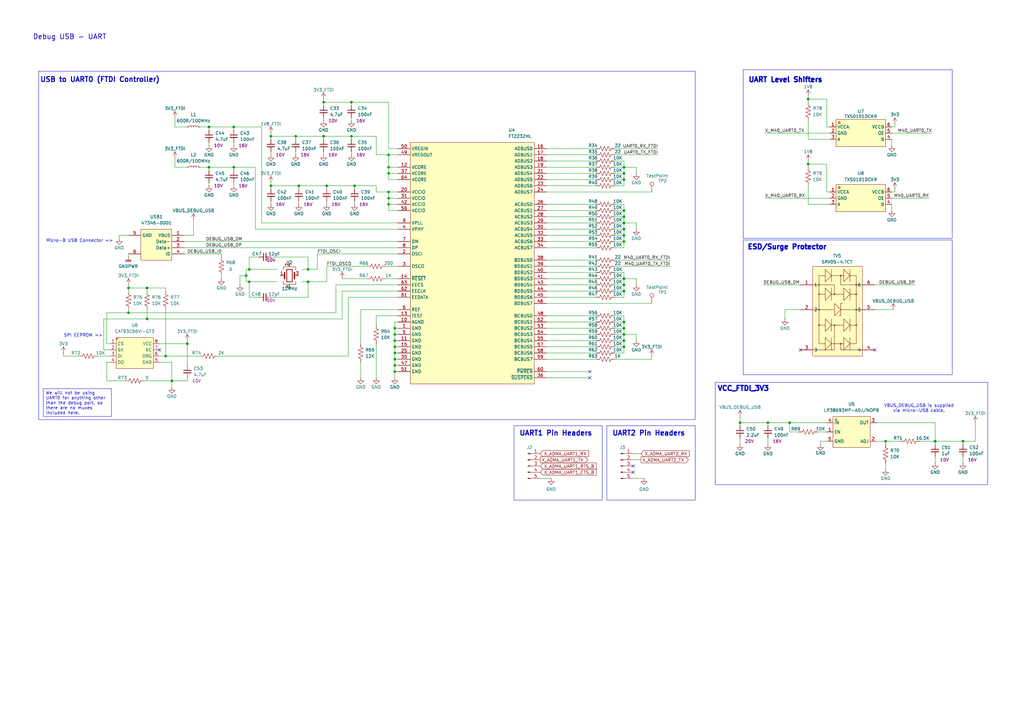
<source format=kicad_sch>
(kicad_sch (version 20250114) (generator "eeschema") (generator_version "9.0")
  (paper "A3")
  (rectangle (start 304.8 98.425) (end 390.525 153.67))
  (rectangle (start 15.875 29.21) (end 285.115 172.085))
  (rectangle (start 293.37 156.845) (end 405.13 198.755))
  (rectangle (start 248.92 174.625) (end 285.115 205.105))
  (rectangle (start 304.8 28.575) (end 390.525 97.79))
  (rectangle (start 210.82 174.625) (end 247.015 205.105))
  (text "ESD/Surge Protector" (at 306.451 102.616 0) (effects (font (size 2.032 2.032) (thickness 0.6) (bold yes)) (justify left bottom)))
  (text "UART Level Shifters" (at 306.832 34.036 0) (effects (font (size 2.032 2.032) (thickness 0.6) (bold yes)) (justify left bottom)))
  (text "UART1 Pin Headers" (at 227.965 177.8 0) (effects (font (size 2.032 2.032) (thickness 0.4064) (bold yes))))
  (text "Micro-B USB Connector =>" (at 32.639 98.806 0) (effects (font (size 1.27 1.27))))
  (text "UART2 Pin Headers" (at 266.065 177.8 0) (effects (font (size 2.032 2.032) (thickness 0.4064) (bold yes))))
  (text "VCC_FTDI_3V3" (at 294.132 160.655 0) (effects (font (size 2.032 2.032) (thickness 0.6) (bold yes)) (justify left bottom)))
  (text "VBUS_DEBUG_USB is supplied\nvia micro-USB cable." (at 376.936 167.513 0) (effects (font (size 1.27 1.27))))
  (text "SPI EEPROM =>" (at 34.163 137.668 0) (effects (font (size 1.27 1.27))))
  (text "Debug USB - UART" (at 28.575 15.24 0) (effects (font (size 2.032 2.032) (thickness 0.254) (bold yes))))
  (text "USB to UART0 (FTDI Controller)" (at 41.021 32.766 0) (effects (font (size 2.032 2.032) (thickness 0.4064) (bold yes))))
  (text_box "We will not be using UART0 for anything other than the debug port, so there are no muxes included here." (at 17.78 159.385 0) (size 27.94 11.43) (margins 0.9525 0.9525 0.9525 0.9525) (effects (font (size 1.27 1.27)) (justify left top)))
  (junction (at 255.905 68.58))
  (junction (at 122.555 76.2))
  (junction (at 161.925 142.24))
  (junction (at 159.385 81.28))
  (junction (at 383.54 180.975))
  (junction (at 102.235 115.57))
  (junction (at 161.925 149.86))
  (junction (at 76.835 140.97))
  (junction (at 255.905 73.66))
  (junction (at 111.125 55.88))
  (junction (at 159.385 71.12))
  (junction (at 255.905 137.16))
  (junction (at 314.96 173.355))
  (junction (at 255.905 142.24))
  (junction (at 111.125 76.2))
  (junction (at 255.905 116.84))
  (junction (at 255.905 91.44))
  (junction (at 159.385 63.5))
  (junction (at 60.325 118.11))
  (junction (at 126.365 110.49))
  (junction (at 161.925 147.32))
  (junction (at 52.705 118.11))
  (junction (at 132.715 55.88))
  (junction (at 161.925 152.4))
  (junction (at 52.705 128.27))
  (junction (at 255.905 88.9))
  (junction (at 67.945 146.05))
  (junction (at 159.385 83.82))
  (junction (at 145.415 76.2))
  (junction (at 60.325 130.81))
  (junction (at 255.905 71.12))
  (junction (at 255.905 132.08))
  (junction (at 85.725 68.58))
  (junction (at 159.385 78.74))
  (junction (at 331.47 40.64))
  (junction (at 255.905 114.3))
  (junction (at 394.97 180.975))
  (junction (at 363.22 180.975))
  (junction (at 144.145 55.88))
  (junction (at 144.145 41.91))
  (junction (at 161.925 139.7))
  (junction (at 255.905 96.52))
  (junction (at 303.53 173.355))
  (junction (at 159.385 68.58))
  (junction (at 126.365 115.57))
  (junction (at 255.905 99.06))
  (junction (at 255.905 134.62))
  (junction (at 255.905 93.98))
  (junction (at 70.485 156.21))
  (junction (at 255.905 86.36))
  (junction (at 161.925 137.16))
  (junction (at 161.925 144.78))
  (junction (at 100.965 113.03))
  (junction (at 121.285 55.88))
  (junction (at 133.985 76.2))
  (junction (at 95.885 68.58))
  (junction (at 85.725 52.07))
  (junction (at 132.715 41.91))
  (junction (at 331.47 67.31))
  (junction (at 161.925 134.62))
  (junction (at 255.905 119.38))
  (junction (at 102.235 110.49))
  (junction (at 323.85 173.355))
  (junction (at 255.905 139.7))
  (junction (at 95.885 52.07))
  (no_connect (at 259.715 191.135))
  (no_connect (at 241.935 154.94))
  (no_connect (at 65.405 143.51))
  (no_connect (at 241.935 152.4))
  (no_connect (at 259.715 193.675))
  (no_connect (at 328.295 143.51))
  (no_connect (at 358.775 143.51))
  (wire (pts (xy 367.03 52.07) (xy 367.03 50.8)))
  (wire (pts (xy 159.385 73.66) (xy 159.385 71.12)))
  (wire (pts (xy 224.155 119.38) (xy 244.475 119.38)))
  (wire (pts (xy 331.47 57.15) (xy 331.47 49.53)))
  (wire (pts (xy 70.485 156.21) (xy 70.485 158.75)))
  (wire (pts (xy 161.925 142.24) (xy 163.195 142.24)))
  (wire (pts (xy 132.715 55.88) (xy 121.285 55.88)))
  (wire (pts (xy 224.155 93.98) (xy 244.475 93.98)))
  (wire (pts (xy 365.76 83.82) (xy 365.76 86.36)))
  (wire (pts (xy 75.565 96.52) (xy 79.375 96.52)))
  (wire (pts (xy 121.285 57.15) (xy 121.285 55.88)))
  (wire (pts (xy 75.565 101.6) (xy 163.195 101.6)))
  (wire (pts (xy 90.805 104.14) (xy 90.805 105.41)))
  (wire (pts (xy 158.115 109.22) (xy 163.195 109.22)))
  (wire (pts (xy 45.085 148.59) (xy 43.815 148.59)))
  (wire (pts (xy 65.405 148.59) (xy 70.485 148.59)))
  (wire (pts (xy 224.155 63.5) (xy 244.475 63.5)))
  (wire (pts (xy 252.095 129.54) (xy 255.905 129.54)))
  (wire (pts (xy 144.145 43.18) (xy 144.145 41.91)))
  (wire (pts (xy 163.195 63.5) (xy 159.385 63.5)))
  (wire (pts (xy 161.925 139.7) (xy 161.925 142.24)))
  (wire (pts (xy 154.305 129.54) (xy 154.305 133.35)))
  (wire (pts (xy 394.97 187.325) (xy 394.97 189.865)))
  (wire (pts (xy 60.325 119.38) (xy 60.325 118.11)))
  (wire (pts (xy 339.09 52.07) (xy 340.36 52.07)))
  (wire (pts (xy 130.175 110.49) (xy 126.365 110.49)))
  (wire (pts (xy 260.985 137.16) (xy 255.905 137.16)))
  (wire (pts (xy 154.305 129.54) (xy 163.195 129.54)))
  (wire (pts (xy 252.095 132.08) (xy 255.905 132.08)))
  (wire (pts (xy 363.22 189.865) (xy 363.22 192.405)))
  (wire (pts (xy 144.145 55.88) (xy 132.715 55.88)))
  (wire (pts (xy 107.315 91.44) (xy 107.315 52.07)))
  (wire (pts (xy 255.905 68.58) (xy 255.905 71.12)))
  (wire (pts (xy 144.145 41.91) (xy 132.715 41.91)))
  (wire (pts (xy 331.47 66.04) (xy 331.47 67.31)))
  (wire (pts (xy 159.385 71.12) (xy 159.385 68.58)))
  (wire (pts (xy 313.055 116.84) (xy 328.295 116.84)))
  (wire (pts (xy 255.905 66.04) (xy 255.905 68.58)))
  (wire (pts (xy 365.76 78.74) (xy 367.03 78.74)))
  (wire (pts (xy 224.155 121.92) (xy 244.475 121.92)))
  (wire (pts (xy 221.615 196.215) (xy 226.06 196.215)))
  (wire (pts (xy 126.365 110.49) (xy 123.825 110.49)))
  (wire (pts (xy 52.705 96.52) (xy 48.895 96.52)))
  (wire (pts (xy 133.985 115.57) (xy 126.365 115.57)))
  (wire (pts (xy 100.965 113.03) (xy 98.425 113.03)))
  (wire (pts (xy 224.155 76.2) (xy 244.475 76.2)))
  (wire (pts (xy 154.305 78.74) (xy 154.305 76.2)))
  (wire (pts (xy 111.125 55.88) (xy 111.125 57.15)))
  (wire (pts (xy 383.54 180.975) (xy 394.97 180.975)))
  (wire (pts (xy 71.755 52.07) (xy 71.755 48.26)))
  (wire (pts (xy 224.155 88.9) (xy 244.475 88.9)))
  (wire (pts (xy 252.095 137.16) (xy 255.905 137.16)))
  (wire (pts (xy 133.985 82.55) (xy 133.985 83.82)))
  (wire (pts (xy 224.155 114.3) (xy 244.475 114.3)))
  (wire (pts (xy 224.155 142.24) (xy 244.475 142.24)))
  (wire (pts (xy 259.715 186.055) (xy 262.89 186.055)))
  (wire (pts (xy 158.115 114.3) (xy 163.195 114.3)))
  (wire (pts (xy 142.875 121.92) (xy 163.195 121.92)))
  (wire (pts (xy 224.155 106.68) (xy 244.475 106.68)))
  (wire (pts (xy 76.835 140.97) (xy 76.835 149.86)))
  (wire (pts (xy 260.985 114.3) (xy 255.905 114.3)))
  (wire (pts (xy 224.155 109.22) (xy 244.475 109.22)))
  (wire (pts (xy 111.125 77.47) (xy 111.125 76.2)))
  (wire (pts (xy 111.125 82.55) (xy 111.125 83.82)))
  (wire (pts (xy 161.925 152.4) (xy 163.195 152.4)))
  (wire (pts (xy 52.705 104.14) (xy 52.705 105.41)))
  (wire (pts (xy 52.705 116.84) (xy 52.705 118.11)))
  (wire (pts (xy 102.235 121.92) (xy 102.235 115.57)))
  (wire (pts (xy 161.925 152.4) (xy 161.925 154.94)))
  (wire (pts (xy 159.385 71.12) (xy 163.195 71.12)))
  (wire (pts (xy 42.545 143.51) (xy 42.545 130.81)))
  (wire (pts (xy 323.85 177.165) (xy 323.85 173.355)))
  (wire (pts (xy 89.535 146.05) (xy 142.875 146.05)))
  (wire (pts (xy 161.925 142.24) (xy 161.925 144.78)))
  (wire (pts (xy 102.235 110.49) (xy 100.965 110.49)))
  (wire (pts (xy 132.715 41.91) (xy 132.715 43.18)))
  (wire (pts (xy 133.985 77.47) (xy 133.985 76.2)))
  (wire (pts (xy 255.905 129.54) (xy 255.905 132.08)))
  (wire (pts (xy 40.005 146.05) (xy 45.085 146.05)))
  (wire (pts (xy 331.47 57.15) (xy 340.36 57.15)))
  (wire (pts (xy 383.54 180.975) (xy 383.54 182.245)))
  (wire (pts (xy 224.155 66.04) (xy 244.475 66.04)))
  (wire (pts (xy 252.095 116.84) (xy 255.905 116.84)))
  (wire (pts (xy 260.985 91.44) (xy 255.905 91.44)))
  (wire (pts (xy 224.155 154.94) (xy 241.935 154.94)))
  (wire (pts (xy 137.795 128.27) (xy 137.795 116.84)))
  (wire (pts (xy 365.76 57.15) (xy 365.76 59.69)))
  (wire (pts (xy 90.805 113.03) (xy 90.805 114.3)))
  (wire (pts (xy 339.09 40.64) (xy 331.47 40.64)))
  (wire (pts (xy 323.85 173.355) (xy 314.96 173.355)))
  (wire (pts (xy 161.925 144.78) (xy 161.925 147.32)))
  (wire (pts (xy 252.095 114.3) (xy 255.905 114.3)))
  (wire (pts (xy 107.315 52.07) (xy 95.885 52.07)))
  (wire (pts (xy 255.905 139.7) (xy 255.905 142.24)))
  (wire (pts (xy 358.775 116.84) (xy 375.285 116.84)))
  (wire (pts (xy 159.385 86.36) (xy 159.385 83.82)))
  (wire (pts (xy 161.925 149.86) (xy 161.925 152.4)))
  (wire (pts (xy 145.415 82.55) (xy 145.415 83.82)))
  (wire (pts (xy 224.155 116.84) (xy 244.475 116.84)))
  (wire (pts (xy 252.095 66.04) (xy 255.905 66.04)))
  (wire (pts (xy 154.305 63.5) (xy 154.305 55.88)))
  (wire (pts (xy 255.905 71.12) (xy 255.905 73.66)))
  (wire (pts (xy 252.095 96.52) (xy 255.905 96.52)))
  (wire (pts (xy 154.305 55.88) (xy 144.145 55.88)))
  (wire (pts (xy 255.905 116.84) (xy 255.905 119.38)))
  (wire (pts (xy 259.715 188.595) (xy 262.89 188.595)))
  (wire (pts (xy 100.965 110.49) (xy 100.965 113.03)))
  (wire (pts (xy 313.69 54.61) (xy 340.36 54.61)))
  (wire (pts (xy 126.365 105.41) (xy 126.365 110.49)))
  (wire (pts (xy 328.295 127) (xy 321.945 127)))
  (wire (pts (xy 60.325 130.81) (xy 140.335 130.81)))
  (wire (pts (xy 339.09 180.975) (xy 336.55 180.975)))
  (wire (pts (xy 224.155 144.78) (xy 244.475 144.78)))
  (wire (pts (xy 161.925 137.16) (xy 163.195 137.16)))
  (wire (pts (xy 154.305 78.74) (xy 159.385 78.74)))
  (wire (pts (xy 224.155 132.08) (xy 244.475 132.08)))
  (wire (pts (xy 163.195 104.14) (xy 130.175 104.14)))
  (wire (pts (xy 339.09 67.31) (xy 331.47 67.31)))
  (wire (pts (xy 43.815 128.27) (xy 52.705 128.27)))
  (wire (pts (xy 60.325 118.11) (xy 52.705 118.11)))
  (wire (pts (xy 81.915 68.58) (xy 85.725 68.58)))
  (wire (pts (xy 255.905 88.9) (xy 255.905 91.44)))
  (wire (pts (xy 147.955 148.59) (xy 147.955 154.94)))
  (wire (pts (xy 85.725 52.07) (xy 95.885 52.07)))
  (wire (pts (xy 85.725 68.58) (xy 95.885 68.58)))
  (wire (pts (xy 161.925 144.78) (xy 163.195 144.78)))
  (wire (pts (xy 252.095 121.92) (xy 255.905 121.92)))
  (wire (pts (xy 303.53 179.705) (xy 303.53 182.245)))
  (wire (pts (xy 161.925 139.7) (xy 163.195 139.7)))
  (wire (pts (xy 224.155 91.44) (xy 244.475 91.44)))
  (wire (pts (xy 85.725 68.58) (xy 85.725 69.85)))
  (wire (pts (xy 95.885 69.85) (xy 95.885 68.58)))
  (wire (pts (xy 76.835 154.94) (xy 76.835 156.21)))
  (wire (pts (xy 65.405 140.97) (xy 76.835 140.97)))
  (wire (pts (xy 159.385 41.91) (xy 144.145 41.91)))
  (wire (pts (xy 161.925 134.62) (xy 163.195 134.62)))
  (wire (pts (xy 76.835 52.07) (xy 71.755 52.07)))
  (wire (pts (xy 67.945 146.05) (xy 81.915 146.05)))
  (wire (pts (xy 252.095 68.58) (xy 255.905 68.58)))
  (wire (pts (xy 60.325 127) (xy 60.325 130.81)))
  (wire (pts (xy 111.125 121.92) (xy 126.365 121.92)))
  (wire (pts (xy 255.905 83.82) (xy 255.905 86.36)))
  (wire (pts (xy 359.41 173.355) (xy 383.54 173.355)))
  (wire (pts (xy 104.775 93.98) (xy 104.775 68.58)))
  (wire (pts (xy 163.195 81.28) (xy 159.385 81.28)))
  (wire (pts (xy 122.555 76.2) (xy 133.985 76.2)))
  (wire (pts (xy 363.22 180.975) (xy 369.57 180.975)))
  (wire (pts (xy 224.155 60.96) (xy 244.475 60.96)))
  (wire (pts (xy 339.09 40.64) (xy 339.09 52.07)))
  (wire (pts (xy 314.96 173.355) (xy 314.96 174.625)))
  (wire (pts (xy 98.425 113.03) (xy 98.425 116.84)))
  (wire (pts (xy 260.985 71.12) (xy 260.985 68.58)))
  (wire (pts (xy 126.365 121.92) (xy 126.365 115.57)))
  (wire (pts (xy 144.145 62.23) (xy 144.145 63.5)))
  (wire (pts (xy 95.885 58.42) (xy 95.885 59.69)))
  (wire (pts (xy 367.03 78.74) (xy 367.03 77.47)))
  (wire (pts (xy 255.905 86.36) (xy 255.905 88.9)))
  (wire (pts (xy 45.085 140.97) (xy 43.815 140.97)))
  (wire (pts (xy 102.235 105.41) (xy 102.235 110.49)))
  (wire (pts (xy 163.195 91.44) (xy 107.315 91.44)))
  (wire (pts (xy 48.895 96.52) (xy 48.895 97.79)))
  (wire (pts (xy 331.47 39.37) (xy 331.47 40.64)))
  (wire (pts (xy 85.725 52.07) (xy 85.725 53.34)))
  (wire (pts (xy 161.925 132.08) (xy 161.925 134.62)))
  (wire (pts (xy 303.53 170.815) (xy 303.53 173.355)))
  (wire (pts (xy 161.925 147.32) (xy 161.925 149.86)))
  (wire (pts (xy 161.925 149.86) (xy 163.195 149.86)))
  (wire (pts (xy 59.055 156.21) (xy 70.485 156.21)))
  (wire (pts (xy 314.96 179.705) (xy 314.96 182.245)))
  (wire (pts (xy 255.905 132.08) (xy 255.905 134.62)))
  (wire (pts (xy 140.335 130.81) (xy 140.335 119.38)))
  (wire (pts (xy 159.385 63.5) (xy 154.305 63.5)))
  (wire (pts (xy 154.305 140.97) (xy 154.305 154.94)))
  (wire (pts (xy 102.235 115.57) (xy 100.965 115.57)))
  (wire (pts (xy 224.155 71.12) (xy 244.475 71.12)))
  (wire (pts (xy 303.53 173.355) (xy 303.53 174.625)))
  (wire (pts (xy 252.095 111.76) (xy 255.905 111.76)))
  (wire (pts (xy 224.155 147.32) (xy 244.475 147.32)))
  (wire (pts (xy 252.095 144.78) (xy 255.905 144.78)))
  (wire (pts (xy 255.905 96.52) (xy 255.905 99.06)))
  (wire (pts (xy 163.195 73.66) (xy 159.385 73.66)))
  (wire (pts (xy 159.385 68.58) (xy 159.385 63.5)))
  (wire (pts (xy 224.155 83.82) (xy 244.475 83.82)))
  (wire (pts (xy 255.905 111.76) (xy 255.905 114.3)))
  (wire (pts (xy 365.76 81.28) (xy 381 81.28)))
  (wire (pts (xy 81.915 52.07) (xy 85.725 52.07)))
  (wire (pts (xy 252.095 71.12) (xy 255.905 71.12)))
  (wire (pts (xy 260.985 93.98) (xy 260.985 91.44)))
  (wire (pts (xy 111.125 74.93) (xy 111.125 76.2)))
  (wire (pts (xy 252.095 76.2) (xy 255.905 76.2)))
  (wire (pts (xy 394.97 180.975) (xy 400.05 180.975)))
  (wire (pts (xy 224.155 86.36) (xy 244.475 86.36)))
  (wire (pts (xy 132.715 40.64) (xy 132.715 41.91)))
  (wire (pts (xy 331.47 67.31) (xy 331.47 68.58)))
  (wire (pts (xy 365.76 52.07) (xy 367.03 52.07)))
  (wire (pts (xy 133.985 109.22) (xy 133.985 115.57)))
  (wire (pts (xy 70.485 148.59) (xy 70.485 156.21)))
  (wire (pts (xy 252.095 60.96) (xy 269.875 60.96)))
  (wire (pts (xy 52.705 118.11) (xy 52.705 119.38)))
  (wire (pts (xy 67.945 127) (xy 67.945 146.05)))
  (wire (pts (xy 313.69 81.28) (xy 340.36 81.28)))
  (wire (pts (xy 260.985 116.84) (xy 260.985 114.3)))
  (wire (pts (xy 130.175 104.14) (xy 130.175 110.49)))
  (wire (pts (xy 122.555 82.55) (xy 122.555 83.82)))
  (wire (pts (xy 339.09 173.355) (xy 323.85 173.355)))
  (wire (pts (xy 144.145 48.26) (xy 144.145 49.53)))
  (wire (pts (xy 85.725 74.93) (xy 85.725 76.2)))
  (wire (pts (xy 252.095 106.68) (xy 274.955 106.68)))
  (wire (pts (xy 383.54 173.355) (xy 383.54 180.975)))
  (wire (pts (xy 140.335 114.3) (xy 150.495 114.3)))
  (wire (pts (xy 260.985 139.7) (xy 260.985 137.16)))
  (wire (pts (xy 113.665 110.49) (xy 102.235 110.49)))
  (wire (pts (xy 252.095 86.36) (xy 255.905 86.36)))
  (wire (pts (xy 145.415 77.47) (xy 145.415 76.2)))
  (wire (pts (xy 400.05 180.975) (xy 400.05 173.355)))
  (wire (pts (xy 43.815 156.21) (xy 51.435 156.21)))
  (wire (pts (xy 154.305 76.2) (xy 145.415 76.2)))
  (wire (pts (xy 224.155 134.62) (xy 244.475 134.62)))
  (wire (pts (xy 255.905 137.16) (xy 255.905 139.7)))
  (wire (pts (xy 331.47 83.82) (xy 331.47 76.2)))
  (wire (pts (xy 104.775 68.58) (xy 95.885 68.58)))
  (wire (pts (xy 121.285 62.23) (xy 121.285 63.5)))
  (wire (pts (xy 26.035 146.05) (xy 26.035 144.78)))
  (wire (pts (xy 159.385 60.96) (xy 159.385 41.91)))
  (wire (pts (xy 252.095 139.7) (xy 255.905 139.7)))
  (wire (pts (xy 224.155 139.7) (xy 244.475 139.7)))
  (wire (pts (xy 252.095 63.5) (xy 269.875 63.5)))
  (wire (pts (xy 161.925 134.62) (xy 161.925 137.16)))
  (wire (pts (xy 224.155 111.76) (xy 244.475 111.76)))
  (wire (pts (xy 76.835 140.97) (xy 76.835 139.7)))
  (wire (pts (xy 267.335 146.05) (xy 267.335 147.32)))
  (wire (pts (xy 252.095 101.6) (xy 255.905 101.6)))
  (wire (pts (xy 359.41 180.975) (xy 363.22 180.975)))
  (wire (pts (xy 394.97 180.975) (xy 394.97 182.245)))
  (wire (pts (xy 252.095 91.44) (xy 255.905 91.44)))
  (wire (pts (xy 76.835 68.58) (xy 71.755 68.58)))
  (wire (pts (xy 159.385 68.58) (xy 163.195 68.58)))
  (wire (pts (xy 252.095 109.22) (xy 274.955 109.22)))
  (wire (pts (xy 163.195 93.98) (xy 104.775 93.98)))
  (wire (pts (xy 95.885 74.93) (xy 95.885 76.2)))
  (wire (pts (xy 224.155 99.06) (xy 244.475 99.06)))
  (wire (pts (xy 133.985 76.2) (xy 145.415 76.2)))
  (wire (pts (xy 252.095 99.06) (xy 255.905 99.06)))
  (wire (pts (xy 111.125 54.61) (xy 111.125 55.88)))
  (wire (pts (xy 255.905 119.38) (xy 255.905 121.92)))
  (wire (pts (xy 106.045 121.92) (xy 102.235 121.92)))
  (wire (pts (xy 383.54 187.325) (xy 383.54 189.865)))
  (wire (pts (xy 132.715 57.15) (xy 132.715 55.88)))
  (wire (pts (xy 163.195 86.36) (xy 159.385 86.36)))
  (wire (pts (xy 144.145 57.15) (xy 144.145 55.88)))
  (wire (pts (xy 224.155 137.16) (xy 244.475 137.16)))
  (wire (pts (xy 336.55 180.975) (xy 336.55 182.245)))
  (wire (pts (xy 224.155 129.54) (xy 244.475 129.54)))
  (wire (pts (xy 147.955 127) (xy 147.955 140.97)))
  (wire (pts (xy 252.095 83.82) (xy 255.905 83.82)))
  (wire (pts (xy 126.365 115.57) (xy 123.825 115.57)))
  (wire (pts (xy 111.125 105.41) (xy 126.365 105.41)))
  (wire (pts (xy 45.085 143.51) (xy 42.545 143.51)))
  (wire (pts (xy 85.725 58.42) (xy 85.725 59.69)))
  (wire (pts (xy 224.155 152.4) (xy 241.935 152.4)))
  (wire (pts (xy 255.905 73.66) (xy 255.905 76.2)))
  (wire (pts (xy 331.47 83.82) (xy 340.36 83.82)))
  (wire (pts (xy 137.795 116.84) (xy 163.195 116.84)))
  (wire (pts (xy 339.09 78.74) (xy 339.09 67.31)))
  (wire (pts (xy 255.905 114.3) (xy 255.905 116.84)))
  (wire (pts (xy 252.095 119.38) (xy 255.905 119.38)))
  (wire (pts (xy 133.985 109.22) (xy 150.495 109.22)))
  (wire (pts (xy 331.47 40.64) (xy 331.47 41.91)))
  (wire (pts (xy 327.66 177.165) (xy 323.85 177.165)))
  (wire (pts (xy 252.095 134.62) (xy 255.905 134.62)))
  (wire (pts (xy 163.195 83.82) (xy 159.385 83.82)))
  (wire (pts (xy 255.905 134.62) (xy 255.905 137.16)))
  (wire (pts (xy 224.155 96.52) (xy 244.475 96.52)))
  (wire (pts (xy 224.155 101.6) (xy 244.475 101.6)))
  (wire (pts (xy 42.545 130.81) (xy 60.325 130.81)))
  (wire (pts (xy 159.385 81.28) (xy 159.385 78.74)))
  (wire (pts (xy 358.775 127) (xy 366.395 127)))
  (wire (pts (xy 321.945 127) (xy 321.945 130.81)))
  (wire (pts (xy 255.905 99.06) (xy 255.905 101.6)))
  (wire (pts (xy 260.985 68.58) (xy 255.905 68.58)))
  (wire (pts (xy 32.385 146.05) (xy 26.035 146.05)))
  (wire (pts (xy 259.715 196.215) (xy 264.16 196.215)))
  (wire (pts (xy 147.955 127) (xy 163.195 127)))
  (wire (pts (xy 106.045 105.41) (xy 102.235 105.41)))
  (wire (pts (xy 252.095 73.66) (xy 255.905 73.66)))
  (wire (pts (xy 335.28 177.165) (xy 339.09 177.165)))
  (wire (pts (xy 52.705 127) (xy 52.705 128.27)))
  (wire (pts (xy 52.705 128.27) (xy 137.795 128.27)))
  (wire (pts (xy 255.905 91.44) (xy 255.905 93.98)))
  (wire (pts (xy 43.815 148.59) (xy 43.815 156.21)))
  (wire (pts (xy 161.925 137.16) (xy 161.925 139.7)))
  (wire (pts (xy 159.385 83.82) (xy 159.385 81.28)))
  (wire (pts (xy 43.815 140.97) (xy 43.815 128.27)))
  (wire (pts (xy 224.155 68.58) (xy 244.475 68.58)))
  (wire (pts (xy 113.665 115.57) (xy 102.235 115.57)))
  (wire (pts (xy 252.095 93.98) (xy 255.905 93.98)))
  (wire (pts (xy 224.155 73.66) (xy 244.475 73.66)))
  (wire (pts (xy 161.925 132.08) (xy 163.195 132.08)))
  (wire (pts (xy 132.715 48.26) (xy 132.715 49.53)))
  (wire (pts (xy 132.715 62.23) (xy 132.715 63.5)))
  (wire (pts (xy 365.76 54.61) (xy 382.27 54.61)))
  (wire (pts (xy 100.965 115.57) (xy 100.965 113.03)))
  (wire (pts (xy 75.565 104.14) (xy 90.805 104.14)))
  (wire (pts (xy 161.925 147.32) (xy 163.195 147.32)))
  (wire (pts (xy 377.19 180.975) (xy 383.54 180.975)))
  (wire (pts (xy 76.835 156.21) (xy 70.485 156.21)))
  (wire (pts (xy 122.555 77.47) (xy 122.555 76.2)))
  (wire (pts (xy 252.095 142.24) (xy 255.905 142.24)))
  (wire (pts (xy 252.095 88.9) (xy 255.905 88.9)))
  (wire (pts (xy 79.375 90.17) (xy 79.375 96.52)))
  (wire (pts (xy 142.875 146.05) (xy 142.875 121.92)))
  (wire (pts (xy 140.335 119.38) (xy 163.195 119.38)))
  (wire (pts (xy 95.885 53.34) (xy 95.885 52.07)))
  (wire (pts (xy 65.405 146.05) (xy 67.945 146.05)))
  (wire (pts (xy 121.285 55.88) (xy 111.125 55.88)))
  (wire (pts (xy 255.905 142.24) (xy 255.905 144.78)))
  (wire (pts (xy 252.095 147.32) (xy 267.335 147.32)))
  (wire (pts (xy 224.155 124.46) (xy 267.335 124.46)))
  (wire (pts (xy 111.125 62.23) (xy 111.125 63.5)))
  (wire (pts (xy 111.125 76.2) (xy 122.555 76.2)))
  (wire (pts (xy 67.945 119.38) (xy 67.945 118.11)))
  (wire (pts (xy 67.945 118.11) (xy 60.325 118.11)))
  (wire (pts (xy 224.155 78.74) (xy 267.335 78.74)))
  (wire (pts (xy 314.96 173.355) (xy 303.53 173.355)))
  (wire (pts (xy 255.905 93.98) (xy 255.905 96.52)))
  (wire (pts (xy 163.195 60.96) (xy 159.385 60.96)))
  (wire (pts (xy 75.565 99.06) (xy 163.195 99.06)))
  (wire (pts (xy 71.755 68.58) (xy 71.755 64.77)))
  (wire (pts (xy 163.195 78.74) (xy 159.385 78.74)))
  (wire (pts (xy 339.09 78.74) (xy 340.36 78.74)))
  (wire (pts (xy 363.22 180.975) (xy 363.22 182.245)))
  (label "DEBUG_USB_DM" (at 313.055 116.84 0))
  (label "DEBUG_USB_DM" (at 84.455 99.06 0))
  (label "X_M40_UART0_TX" (at 313.69 54.61 0))
  (label "X_M40_UART0_RX" (at 313.69 81.28 0))
  (label "M40_UART0_TX" (at 382.27 54.61 180))
  (label "DEBUG_USB_ID" (at 76.835 104.14 0))
  (label "UART0_TX_FTDI" (at 269.875 63.5 180))
  (label "UART0_RX_FTDI" (at 269.875 60.96 180))
  (label "FTDI_OSCO" (at 133.985 109.22 0))
  (label "DEBUG_USB_DP" (at 375.285 116.84 180))
  (label "M40_UART0_TX_FTDI" (at 274.955 109.22 180))
  (label "M40_UART0_RX" (at 381 81.28 180))
  (label "FTDI_OSCI" (at 130.175 104.14 0))
  (label "M40_UART0_RX_FTDI" (at 274.955 106.68 180))
  (label "DEBUG_USB_DP" (at 84.455 101.6 0))
  (global_label "X_ADMA_UART2_RX" (shape input) (at 262.89 186.055 0) (property "Intersheetrefs" "${INTERSHEET_REFS}" (effects (hide yes))))
  (global_label "X_ADMA_UART2_TX" (shape output) (at 262.89 188.595 0) (property "Intersheetrefs" "${INTERSHEET_REFS}" (effects (hide yes))))
  (global_label "X_ADMA_UART1_TX" (shape output) (at 221.615 188.595 0) (property "Intersheetrefs" "${INTERSHEET_REFS}" (effects (hide yes))))
  (global_label "X_ADMA_UART1_CTS_B" (shape input) (at 221.615 193.675 0) (property "Intersheetrefs" "${INTERSHEET_REFS}" (effects (hide yes))))
  (global_label "X_ADMA_UART1_RX" (shape input) (at 221.615 186.055 0) (property "Intersheetrefs" "${INTERSHEET_REFS}" (effects (hide yes))))
  (global_label "X_ADMA_UART1_RTS_B" (shape input) (at 221.615 191.135 0) (property "Intersheetrefs" "${INTERSHEET_REFS}" (effects (hide yes))))
  (symbol (lib_id "Device:R_US") (at 248.285 76.2 270) (unit 1)
    (property "Reference" "R40" (at 243.205 74.93 90))
    (property "Value" "10K" (at 253.365 74.93 90))
    (property "Description" "Resistor, US symbol" (effects (hide yes)))
  )
  (symbol (lib_id "imx8_carrier_board_symbol_library:VCC_3V3") (at 367.03 50.8 0) (unit 1)
    (property "Reference" "#PWR93" (effects (hide yes)))
    (property "Value" "3V3" (at 367.03 46.99 0))
    (property "Description" "Power symbol creates a global label with name \"VCC\"" (effects (hide yes)))
  )
  (symbol (lib_id "imx8_carrier_board_symbol_library:VCC_3V3") (at 367.03 77.47 0) (unit 1)
    (property "Reference" "#PWR96" (effects (hide yes)))
    (property "Value" "3V3" (at 367.03 73.66 0))
    (property "Description" "Power symbol creates a global label with name \"VCC\"" (effects (hide yes)))
  )
  (symbol (lib_id "power:GND") (at 303.53 182.245 0) (unit 1)
    (property "Reference" "#PWR79" (effects (hide yes)))
    (property "Value" "GND" (at 303.53 186.055 0))
  )
  (symbol (lib_id "Device:R_US") (at 373.38 180.975 270) (unit 1)
    (property "Reference" "R71" (at 368.3 179.705 90))
    (property "Value" "16.5K" (at 378.46 179.705 90))
    (property "Description" "Resistor, US symbol" (effects (hide yes)))
  )
  (symbol (lib_id "power:GND") (at 85.725 76.2 0) (unit 1)
    (property "Reference" "#PWR70" (effects (hide yes)))
    (property "Value" "GND" (at 85.725 80.01 0))
  )
  (symbol (lib_id "imx8x_kicad_library:VCC_3V3") (at 52.705 116.84 0) (unit 1)
    (property "Reference" "#PWR090" (effects (hide yes)))
    (property "Value" "3V3_FTDI" (at 52.705 113.03 0))
  )
  (symbol (lib_id "imx8x_kicad_library:VCC_3V3") (at 400.05 173.355 0) (unit 1)
    (property "Reference" "#PWR083" (effects (hide yes)))
    (property "Value" "3V3_FTDI" (at 400.05 169.545 0))
  )
  (symbol (lib_id "power:GND") (at 133.985 83.82 0) (unit 1)
    (property "Reference" "#PWR62" (effects (hide yes)))
    (property "Value" "GND" (at 133.985 87.63 0))
  )
  (symbol (lib_id "Connector:Conn_01x05_Pin") (at 216.535 191.135 0) (unit 1)
    (property "Reference" "J2" (at 217.17 183.515 0))
    (property "Value" "Conn_01x05_Pin" (effects (hide yes)))
    (property "Description" "Generic connector, single row, 01x05, script generated" (effects (hide yes)))
  )
  (symbol (lib_id "power:GND") (at 111.125 83.82 0) (unit 1)
    (property "Reference" "#PWR64" (effects (hide yes)))
    (property "Value" "GND" (at 111.125 87.63 0))
  )
  (symbol (lib_id "Device:R_US") (at 248.285 114.3 270) (unit 1)
    (property "Reference" "R44" (at 243.205 113.03 90))
    (property "Value" "10K" (at 253.365 113.03 90))
    (property "Description" "Resistor, US symbol" (effects (hide yes)))
  )
  (symbol (lib_id "power:GND") (at 394.97 189.865 0) (unit 1)
    (property "Reference" "#PWR85" (effects (hide yes)))
    (property "Value" "GND" (at 394.97 193.675 0))
  )
  (symbol (lib_id "Device:C_Small") (at 133.985 80.01 0) (unit 1)
    (property "Reference" "C40" (at 136.525 78.7463 0) (effects (justify left)))
    (property "Value" "100nF" (at 136.525 81.2863 0) (effects (justify left)))
    (property "Voltage" "16V" (at 137.795 83.82 0))
  )
  (symbol (lib_id "Device:L_Small") (at 79.375 68.58 90) (unit 1)
    (property "Reference" "L2" (at 79.375 63.5 90))
    (property "Value" "600R/100MHz" (at 79.375 66.04 90))
  )
  (symbol (lib_id "Device:R_US") (at 248.285 101.6 270) (unit 1)
    (property "Reference" "R55" (at 243.205 100.33 90))
    (property "Value" "10K" (at 253.365 100.33 90))
    (property "Description" "Resistor, US symbol" (effects (hide yes)))
  )
  (symbol (lib_id "Device:R_US") (at 248.285 142.24 270) (unit 1)
    (property "Reference" "R61" (at 243.205 140.97 90))
    (property "Value" "10K" (at 253.365 140.97 90))
    (property "Description" "Resistor, US symbol" (effects (hide yes)))
  )
  (symbol (lib_id "Device:C_Small") (at 111.125 59.69 0) (unit 1)
    (property "Reference" "C38" (at 113.665 58.4263 0) (effects (justify left)))
    (property "Value" "4.7uF" (at 113.665 60.9663 0) (effects (justify left)))
    (property "Voltage" "10V" (at 114.935 63.5 0))
  )
  (symbol (lib_id "imx8x_kicad_library:VCC_1V8") (at 303.53 170.815 0) (unit 1)
    (property "Reference" "#PWR082" (effects (hide yes)))
    (property "Value" "VBUS_DEBUG_USB" (at 303.53 167.005 0))
  )
  (symbol (lib_id "power:GND") (at 260.985 139.7 0) (unit 1)
    (property "Reference" "#PWR48" (effects (hide yes)))
    (property "Value" "GND" (at 260.985 143.51 0))
  )
  (symbol (lib_id "power:GND") (at 122.555 83.82 0) (unit 1)
    (property "Reference" "#PWR63" (effects (hide yes)))
    (property "Value" "GND" (at 122.555 87.63 0))
  )
  (symbol (lib_id "Device:R_US") (at 248.285 109.22 270) (unit 1)
    (property "Reference" "R42" (at 243.205 107.95 90))
    (property "Value" "22" (at 253.365 107.95 90))
    (property "Description" "Resistor, US symbol" (effects (hide yes)))
  )
  (symbol (lib_id "Device:R_US") (at 248.285 144.78 270) (unit 1)
    (property "Reference" "R62" (at 243.205 143.51 90))
    (property "Value" "10K" (at 253.365 143.51 90))
    (property "Description" "Resistor, US symbol" (effects (hide yes)))
  )
  (symbol (lib_id "Connector:TestPoint") (at 267.335 78.74 0) (unit 1)
    (property "Reference" "TP2" (at 269.875 74.1679 0) (effects (justify left)))
    (property "Value" "TestPoint" (at 265.049 72.136 0) (effects (justify left)))
    (property "Description" "test point" (effects (hide yes)))
  )
  (symbol (lib_id "Device:R_US") (at 248.285 116.84 270) (unit 1)
    (property "Reference" "R45" (at 243.205 115.57 90))
    (property "Value" "10K" (at 253.365 115.57 90))
    (property "Description" "Resistor, US symbol" (effects (hide yes)))
  )
  (symbol (lib_id "power:GND") (at 48.895 97.79 0) (unit 1)
    (property "Reference" "#PWR75" (effects (hide yes)))
    (property "Value" "GND" (at 48.895 101.6 0))
  )
  (symbol (lib_id "Device:R_US") (at 55.245 156.21 270) (unit 1)
    (property "Reference" "R73" (at 50.165 154.94 90))
    (property "Value" "0" (at 60.325 154.94 90))
    (property "Description" "Resistor, US symbol" (effects (hide yes)))
  )
  (symbol (lib_id "imx8_carrier_board_symbol_library:TXS0101DCKR") (at 353.06 54.61 0) (unit 1)
    (property "Reference" "U7" (at 353.06 45.72 0))
    (property "Value" "TXS0101DCKR" (at 353.06 47.752 0))
    (property "Footprint" "imx8_carrier_board_footprints:SC-70-6_L2.0-W1.3-P0.65-LS2.1-BR" (effects (hide yes)))
    (property "Datasheet" "https://lcsc.com/product-detail/Logic-ICs_TI_TXS0101DCKR_TXS0101DCKR_C132031.html" (effects (hide yes)))
    (property "Description" "1-Bit Bidirectional Level-Shifting, Voltage-Level Translator With Auto-Direction-Sensing for Open-Drain and Push-Pull Applications" (effects (hide yes)))
    (property "LCSC Part" "C132031" (effects (hide yes)))
  )
  (symbol (lib_id "imx8_carrier_board_symbol_library:VCC_3V3") (at 26.035 144.78 0) (unit 1)
    (property "Reference" "#PWR88" (effects (hide yes)))
    (property "Value" "3V3" (at 26.035 140.97 0))
    (property "Description" "Power symbol creates a global label with name \"VCC\"" (effects (hide yes)))
  )
  (symbol (lib_id "power:GND") (at 132.715 49.53 0) (unit 1)
    (property "Reference" "#PWR53" (effects (hide yes)))
    (property "Value" "GND" (at 132.715 53.34 0))
  )
  (symbol (lib_id "power:GND") (at 95.885 59.69 0) (unit 1)
    (property "Reference" "#PWR66" (effects (hide yes)))
    (property "Value" "GND" (at 95.885 63.5 0))
  )
  (symbol (lib_id "Device:R_US") (at 331.47 177.165 270) (unit 1)
    (property "Reference" "R69" (at 326.39 175.895 90))
    (property "Value" "10K" (at 336.55 175.895 90))
    (property "Description" "Resistor, US symbol" (effects (hide yes)))
  )
  (symbol (lib_id "Device:R_US") (at 248.285 119.38 270) (unit 1)
    (property "Reference" "R46" (at 243.205 118.11 90))
    (property "Value" "10K" (at 253.365 118.11 90))
    (property "Description" "Resistor, US symbol" (effects (hide yes)))
  )
  (symbol (lib_id "power:GND") (at 144.145 63.5 0) (unit 1)
    (property "Reference" "#PWR59" (effects (hide yes)))
    (property "Value" "GND" (at 144.145 67.31 0))
  )
  (symbol (lib_id "Device:R_US") (at 60.325 123.19 0) (unit 1)
    (property "Reference" "R76" (at 64.135 121.92 0))
    (property "Value" "10K" (at 64.135 124.46 0))
    (property "Description" "Resistor, US symbol" (effects (hide yes)))
  )
  (symbol (lib_id "Device:C_Small") (at 121.285 59.69 0) (unit 1)
    (property "Reference" "C37" (at 123.825 58.4263 0) (effects (justify left)))
    (property "Value" "100nF" (at 123.825 60.9663 0) (effects (justify left)))
    (property "Voltage" "16V" (at 125.095 63.5 0))
  )
  (symbol (lib_id "power:GND") (at 264.16 196.215 0) (unit 1)
    (property "Reference" "#PWR98" (effects (hide yes)))
    (property "Value" "GND" (at 264.16 200.66 0))
    (property "Description" "Power symbol creates a global label with name \"GND\" , ground" (effects (hide yes)))
  )
  (symbol (lib_id "power:GND") (at 226.06 196.215 0) (unit 1)
    (property "Reference" "#PWR7" (effects (hide yes)))
    (property "Value" "GND" (at 226.06 200.66 0))
    (property "Description" "Power symbol creates a global label with name \"GND\" , ground" (effects (hide yes)))
  )
  (symbol (lib_id "Device:R_US") (at 248.285 83.82 270) (unit 1)
    (property "Reference" "R48" (at 243.205 82.55 90))
    (property "Value" "10K" (at 253.365 82.55 90))
    (property "Description" "Resistor, US symbol" (effects (hide yes)))
  )
  (symbol (lib_id "Device:L_Small") (at 79.375 52.07 90) (unit 1)
    (property "Reference" "L1" (at 79.375 46.99 90))
    (property "Value" "600R/100MHz" (at 79.375 49.53 90))
  )
  (symbol (lib_id "Device:C_Small") (at 108.585 105.41 90) (unit 1)
    (property "Reference" "C47" (at 107.315 104.14 90) (effects (justify left)))
    (property "Value" "12pF" (at 114.935 104.14 90) (effects (justify left)))
    (property "Voltage" "50V" (at 111.125 106.68 90))
  )
  (symbol (lib_id "Device:R_US") (at 248.285 63.5 270) (unit 1)
    (property "Reference" "R35" (at 243.205 62.23 90))
    (property "Value" "22" (at 253.365 62.23 90))
    (property "Description" "Resistor, US symbol" (effects (hide yes)))
  )
  (symbol (lib_id "Device:R_US") (at 248.285 88.9 270) (unit 1)
    (property "Reference" "R50" (at 243.205 87.63 90))
    (property "Value" "10K" (at 253.365 87.63 90))
    (property "Description" "Resistor, US symbol" (effects (hide yes)))
  )
  (symbol (lib_id "Device:R_US") (at 248.285 134.62 270) (unit 1)
    (property "Reference" "R58" (at 243.205 133.35 90))
    (property "Value" "10K" (at 253.365 133.35 90))
    (property "Description" "Resistor, US symbol" (effects (hide yes)))
  )
  (symbol (lib_id "Device:R_US") (at 248.285 66.04 270) (unit 1)
    (property "Reference" "R36" (at 243.205 64.77 90))
    (property "Value" "10K" (at 253.365 64.77 90))
    (property "Description" "Resistor, US symbol" (effects (hide yes)))
  )
  (symbol (lib_id "imx8_carrier_board_symbol_library:TXS0101DCKR") (at 353.06 81.28 0) (unit 1)
    (property "Reference" "U8" (at 353.06 71.12 0))
    (property "Value" "TXS0101DCKR" (at 353.06 73.66 0))
    (property "Footprint" "imx8_carrier_board_footprints:SC-70-6_L2.0-W1.3-P0.65-LS2.1-BR" (effects (hide yes)))
    (property "Datasheet" "https://lcsc.com/product-detail/Logic-ICs_TI_TXS0101DCKR_TXS0101DCKR_C132031.html" (effects (hide yes)))
    (property "Description" "1-Bit Bidirectional Level-Shifting, Voltage-Level Translator With Auto-Direction-Sensing for Open-Drain and Push-Pull Applications" (effects (hide yes)))
    (property "LCSC Part" "C132031" (effects (hide yes)))
  )
  (symbol (lib_id "Device:R_US") (at 248.285 121.92 270) (unit 1)
    (property "Reference" "R47" (at 243.205 120.65 90))
    (property "Value" "10K" (at 253.365 120.65 90))
    (property "Description" "Resistor, US symbol" (effects (hide yes)))
  )
  (symbol (lib_id "Device:R_US") (at 154.305 137.16 0) (unit 1)
    (property "Reference" "R64" (at 158.115 135.89 0))
    (property "Value" "10K" (at 158.115 138.43 0))
    (property "Description" "Resistor, US symbol" (effects (hide yes)))
  )
  (symbol (lib_id "Device:Crystal_GND24") (at 118.745 113.03 0) (unit 1)
    (property "Reference" "Y2" (at 118.745 107.696 0))
    (property "Value" "12MHz" (at 118.745 118.364 0))
  )
  (symbol (lib_id "Device:C_Small") (at 394.97 184.785 0) (unit 1)
    (property "Reference" "C52" (at 397.51 183.5213 0) (effects (justify left)))
    (property "Value" "100nF" (at 397.51 186.0613 0) (effects (justify left)))
    (property "Voltage" "16V" (at 398.78 188.595 0))
  )
  (symbol (lib_id "power:GND") (at 121.285 63.5 0) (unit 1)
    (property "Reference" "#PWR57" (effects (hide yes)))
    (property "Value" "GND" (at 121.285 67.31 0))
  )
  (symbol (lib_id "power:GNDPWR") (at 52.705 105.41 0) (unit 1)
    (property "Reference" "#PWR1" (effects (hide yes)))
    (property "Value" "GNDPWR" (at 52.578 109.22 0))
    (property "Description" "Power symbol creates a global label with name \"GNDPWR\" , global ground" (effects (hide yes)))
  )
  (symbol (lib_id "Device:R_US") (at 248.285 71.12 270) (unit 1)
    (property "Reference" "R38" (at 243.205 69.85 90))
    (property "Value" "10K" (at 253.365 69.85 90))
    (property "Description" "Resistor, US symbol" (effects (hide yes)))
  )
  (symbol (lib_id "imx8x_kicad_library:VCC_3V3") (at 71.755 48.26 0) (unit 1)
    (property "Reference" "#PWR068" (effects (hide yes)))
    (property "Value" "3V3_FTDI" (at 71.755 44.45 0))
  )
  (symbol (lib_id "imx8x_kicad_library:VCC_3V3") (at 267.335 146.05 0) (unit 1)
    (property "Reference" "#PWR049" (effects (hide yes)))
    (property "Value" "3V3_FTDI" (at 267.335 142.24 0))
  )
  (symbol (lib_id "imx8x_kicad_library:VCC_3V3") (at 140.335 114.3 0) (unit 1)
    (property "Reference" "#PWR072" (effects (hide yes)))
    (property "Value" "3V3_FTDI" (at 140.335 110.49 0))
  )
  (symbol (lib_id "Device:C_Small") (at 132.715 59.69 0) (unit 1)
    (property "Reference" "C36" (at 135.255 58.4263 0) (effects (justify left)))
    (property "Value" "100nF" (at 135.255 60.9663 0) (effects (justify left)))
    (property "Voltage" "16V" (at 136.525 63.5 0))
  )
  (symbol (lib_id "imx8x_kicad_library:VCC_1V8") (at 331.47 39.37 0) (unit 1)
    (property "Reference" "#PWR091" (effects (hide yes)))
    (property "Value" "1V8" (at 331.47 35.56 0))
  )
  (symbol (lib_id "Connector:Conn_01x05_Pin") (at 254.635 191.135 0) (unit 1)
    (property "Reference" "J3" (at 255.27 183.515 0))
    (property "Value" "Conn_01x05_Pin" (effects (hide yes)))
    (property "Description" "Generic connector, single row, 01x05, script generated" (effects (hide yes)))
  )
  (symbol (lib_id "power:GND") (at 154.305 154.94 0) (unit 1)
    (property "Reference" "#PWR51" (effects (hide yes)))
    (property "Value" "GND" (at 154.305 158.75 0))
  )
  (symbol (lib_id "imx8x_kicad_library:VCC_1V8") (at 79.375 90.17 0) (unit 1)
    (property "Reference" "#PWR076" (effects (hide yes)))
    (property "Value" "VBUS_DEBUG_USB" (at 79.375 86.36 0))
  )
  (symbol (lib_id "Device:C_Small") (at 145.415 80.01 0) (unit 1)
    (property "Reference" "C39" (at 147.955 78.7463 0) (effects (justify left)))
    (property "Value" "100nF" (at 147.955 81.2863 0) (effects (justify left)))
    (property "Voltage" "16V" (at 149.225 83.82 0))
  )
  (symbol (lib_id "imx8x_kicad_library:VCC_1V8") (at 366.395 127 0) (unit 1)
    (property "Reference" "#PWR077" (effects (hide yes)))
    (property "Value" "VBUS_DEBUG_USB" (at 366.395 123.444 0))
  )
  (symbol (lib_id "Device:R_US") (at 248.285 91.44 270) (unit 1)
    (property "Reference" "R51" (at 243.205 90.17 90))
    (property "Value" "10K" (at 253.365 90.17 90))
    (property "Description" "Resistor, US symbol" (effects (hide yes)))
  )
  (symbol (lib_id "Device:R_US") (at 248.285 147.32 270) (unit 1)
    (property "Reference" "R63" (at 243.205 146.05 90))
    (property "Value" "1K" (at 253.365 146.05 90))
    (property "Description" "Resistor, US symbol" (effects (hide yes)))
  )
  (symbol (lib_id "power:GND") (at 260.985 71.12 0) (unit 1)
    (property "Reference" "#PWR45" (effects (hide yes)))
    (property "Value" "GND" (at 260.985 74.93 0))
  )
  (symbol (lib_id "Device:R_US") (at 248.285 86.36 270) (unit 1)
    (property "Reference" "R49" (at 243.205 85.09 90))
    (property "Value" "10K" (at 253.365 85.09 90))
    (property "Description" "Resistor, US symbol" (effects (hide yes)))
  )
  (symbol (lib_id "Device:R_US") (at 248.285 139.7 270) (unit 1)
    (property "Reference" "R60" (at 243.205 138.43 90))
    (property "Value" "10K" (at 253.365 138.43 90))
    (property "Description" "Resistor, US symbol" (effects (hide yes)))
  )
  (symbol (lib_id "imx8_carrier_board_symbol_library:LP38693MP-ADJ_NOPB") (at 349.25 177.165 0) (unit 1)
    (property "Reference" "U5" (at 349.25 165.735 0))
    (property "Value" "LP38693MP-ADJ/NOPB" (at 349.25 168.275 0))
    (property "Footprint" "imx8_carrier_board_footprints:SOT-223-5_L6.5-W3.5-P1.50-LS7.0-BL" (effects (hide yes)))
    (property "Datasheet" "https://lcsc.com/product-detail/Linear-Voltage-Regulators_TI_LP38693MP-ADJ-NOPB_LP38693MP-ADJ-NOPB_C181420.html" (effects (hide yes)))
    (property "LCSC Part" "C181420" (effects (hide yes)))
  )
  (symbol (lib_id "power:GND") (at 321.945 130.81 0) (unit 1)
    (property "Reference" "#PWR78" (effects (hide yes)))
    (property "Value" "GND" (at 321.945 134.62 0))
  )
  (symbol (lib_id "power:GND") (at 365.76 86.36 0) (unit 1)
    (property "Reference" "#PWR95" (effects (hide yes)))
    (property "Value" "GND" (at 365.76 90.17 0))
  )
  (symbol (lib_id "Device:C_Small") (at 95.885 55.88 0) (unit 1)
    (property "Reference" "C43" (at 98.425 54.6163 0) (effects (justify left)))
    (property "Value" "100nF" (at 98.425 57.1563 0) (effects (justify left)))
    (property "Voltage" "16V" (at 99.695 59.69 0))
  )
  (symbol (lib_id "imx8x_kicad_library:VCC_3V3") (at 76.835 139.7 0) (unit 1)
    (property "Reference" "#PWR087" (effects (hide yes)))
    (property "Value" "3V3_FTDI" (at 76.835 135.89 0))
  )
  (symbol (lib_id "power:GND") (at 111.125 63.5 0) (unit 1)
    (property "Reference" "#PWR56" (effects (hide yes)))
    (property "Value" "GND" (at 111.125 67.31 0))
  )
  (symbol (lib_id "Device:R_US") (at 248.285 73.66 270) (unit 1)
    (property "Reference" "R39" (at 243.205 72.39 90))
    (property "Value" "10K" (at 253.365 72.39 90))
    (property "Description" "Resistor, US symbol" (effects (hide yes)))
  )
  (symbol (lib_id "imx8_carrier_board_symbol_library:47346-0001") (at 64.135 100.33 0) (mirror y) (unit 1)
    (property "Reference" "USB1" (at 64.135 88.9 0))
    (property "Value" "47346-0001" (at 64.135 91.44 0))
    (property "Footprint" "imx8_carrier_board_footprints:MICRO-USB-SMD_47346-0001" (effects (hide yes)))
    (property "Datasheet" "https://lcsc.com/product-detail/USB-Connectors_MOLEX_47346-0001_47346-0001_C132560.html" (effects (hide yes)))
    (property "LCSC Part" "C132560" (effects (hide yes)))
  )
  (symbol (lib_id "power:GND") (at 161.925 154.94 0) (unit 1)
    (property "Reference" "#PWR50" (effects (hide yes)))
    (property "Value" "GND" (at 161.925 158.75 0))
  )
  (symbol (lib_id "Device:C_Small") (at 85.725 55.88 0) (unit 1)
    (property "Reference" "C44" (at 88.265 54.6163 0) (effects (justify left)))
    (property "Value" "4.7uF" (at 88.265 57.15 0) (effects (justify left)))
    (property "Voltage" "10V" (at 89.535 59.69 0))
  )
  (symbol (lib_id "Device:C_Small") (at 95.885 72.39 0) (unit 1)
    (property "Reference" "C46" (at 98.425 71.1263 0) (effects (justify left)))
    (property "Value" "100nF" (at 98.425 73.6663 0) (effects (justify left)))
    (property "Voltage" "16V" (at 99.695 76.2 0))
  )
  (symbol (lib_id "imx8x_kicad_library:VCC_1V8") (at 331.47 66.04 0) (unit 1)
    (property "Reference" "#PWR094" (effects (hide yes)))
    (property "Value" "1V8" (at 331.47 62.23 0))
  )
  (symbol (lib_id "Device:C_Small") (at 132.715 45.72 0) (unit 1)
    (property "Reference" "C33" (at 135.255 44.4563 0) (effects (justify left)))
    (property "Value" "4.7uF" (at 135.255 46.9963 0) (effects (justify left)))
    (property "Voltage" "10V" (at 136.525 49.53 0))
  )
  (symbol (lib_id "power:GND") (at 145.415 83.82 0) (unit 1)
    (property "Reference" "#PWR61" (effects (hide yes)))
    (property "Value" "GND" (at 145.415 87.63 0))
  )
  (symbol (lib_id "imx8x_kicad_library:VCC_3V3") (at 71.755 64.77 0) (unit 1)
    (property "Reference" "#PWR069" (effects (hide yes)))
    (property "Value" "3V3_FTDI" (at 71.755 60.96 0))
  )
  (symbol (lib_id "Device:R_US") (at 67.945 123.19 0) (unit 1)
    (property "Reference" "R77" (at 71.755 121.92 0))
    (property "Value" "10K" (at 71.755 124.46 0))
    (property "Description" "Resistor, US symbol" (effects (hide yes)))
  )
  (symbol (lib_id "Device:R_US") (at 147.955 144.78 0) (unit 1)
    (property "Reference" "R65" (at 151.765 143.51 0))
    (property "Value" "12K" (at 151.765 146.05 0))
    (property "Description" "Resistor, US symbol" (effects (hide yes)))
  )
  (symbol (lib_id "Device:R_US") (at 248.285 93.98 270) (unit 1)
    (property "Reference" "R52" (at 243.205 92.71 90))
    (property "Value" "10K" (at 253.365 92.71 90))
    (property "Description" "Resistor, US symbol" (effects (hide yes)))
  )
  (symbol (lib_id "power:GND") (at 147.955 154.94 0) (unit 1)
    (property "Reference" "#PWR52" (effects (hide yes)))
    (property "Value" "GND" (at 147.955 158.75 0))
  )
  (symbol (lib_id "Device:R_US") (at 248.285 137.16 270) (unit 1)
    (property "Reference" "R59" (at 243.205 135.89 90))
    (property "Value" "10K" (at 253.365 135.89 90))
    (property "Description" "Resistor, US symbol" (effects (hide yes)))
  )
  (symbol (lib_id "Device:R_US") (at 331.47 72.39 0) (unit 1)
    (property "Reference" "R79" (at 335.28 71.12 0))
    (property "Value" "10K" (at 335.28 73.66 0))
    (property "Description" "Resistor, US symbol" (effects (hide yes)))
  )
  (symbol (lib_id "power:GND") (at 132.715 63.5 0) (unit 1)
    (property "Reference" "#PWR58" (effects (hide yes)))
    (property "Value" "GND" (at 132.715 67.31 0))
  )
  (symbol (lib_id "Device:R_US") (at 154.305 114.3 270) (unit 1)
    (property "Reference" "R67" (at 149.225 113.03 90))
    (property "Value" "1K" (at 159.385 113.03 90))
    (property "Description" "Resistor, US symbol" (effects (hide yes)))
  )
  (symbol (lib_id "Device:C_Small") (at 314.96 177.165 0) (unit 1)
    (property "Reference" "C49" (at 317.5 175.9013 0) (effects (justify left)))
    (property "Value" "100nF" (at 317.5 178.4413 0) (effects (justify left)))
    (property "Voltage" "16V" (at 318.77 180.975 0))
  )
  (symbol (lib_id "Device:C_Small") (at 144.145 45.72 0) (unit 1)
    (property "Reference" "C34" (at 146.685 44.4563 0) (effects (justify left)))
    (property "Value" "100nF" (at 146.685 46.9963 0) (effects (justify left)))
    (property "Voltage" "16V" (at 147.955 49.53 0))
  )
  (symbol (lib_id "Device:R_US") (at 363.22 186.055 0) (unit 1)
    (property "Reference" "R70" (at 367.03 184.785 0))
    (property "Value" "10K" (at 367.03 187.325 0))
    (property "Description" "Resistor, US symbol" (effects (hide yes)))
  )
  (symbol (lib_id "imx8_carrier_board_symbol_library:FT2232HL") (at 193.675 107.95 0) (unit 1)
    (property "Reference" "U4" (at 208.5183 53.34 0) (effects (justify left)))
    (property "Value" "FT2232HL" (at 208.5183 55.88 0) (effects (justify left)))
    (property "Footprint" "imx8_carrier_board_footprints:LQFP-64_L10.0-W10.0-P0.50-LS12.0-TL" (effects (hide yes)))
    (property "Datasheet" "https://lcsc.com/product-detail/USB_FTDI_FT2232HL_FT2232HL_C27882.html" (effects (hide yes)))
    (property "LCSC Part" "C27882" (effects (hide yes)))
  )
  (symbol (lib_id "imx8_carrier_board_symbol_library:SRV05-4.TCT") (at 343.535 128.27 0) (unit 1)
    (property "Reference" "TV5" (at 343.281 104.902 0))
    (property "Value" "SRV05-4.TCT" (at 343.281 107.442 0))
    (property "Footprint" "imx8_carrier_board_footprints:SOT-23-6_L2.9-W1.6-P0.95-LS2.8-BR" (effects (hide yes)))
    (property "Datasheet" "https://lcsc.com/product-detail/TVS_SEMTECH_SRV05-4-TCT_SRV05-4-TCT_C13612.html" (effects (hide yes)))
    (property "LCSC Part" "C13612" (effects (hide yes)))
  )
  (symbol (lib_id "Device:R_US") (at 36.195 146.05 270) (unit 1)
    (property "Reference" "R72" (at 31.115 144.78 90))
    (property "Value" "10K" (at 41.275 144.78 90))
    (property "Description" "Resistor, US symbol" (effects (hide yes)))
  )
  (symbol (lib_id "Device:C_Small") (at 303.53 177.165 0) (unit 1)
    (property "Reference" "C50" (at 306.07 175.9013 0) (effects (justify left)))
    (property "Value" "2.2uF" (at 306.07 178.4413 0) (effects (justify left)))
    (property "Voltage" "25V" (at 307.34 180.975 0))
  )
  (symbol (lib_id "power:GND") (at 260.985 93.98 0) (unit 1)
    (property "Reference" "#PWR47" (effects (hide yes)))
    (property "Value" "GND" (at 260.985 97.79 0))
  )
  (symbol (lib_id "imx8_carrier_board_symbol_library:CAT93C66VI-GT3") (at 55.245 146.05 0) (unit 1)
    (property "Reference" "U6" (at 55.245 133.35 0))
    (property "Value" "CAT93C66VI-GT3" (at 55.245 135.89 0))
    (property "Footprint" "imx8_carrier_board_footprints:SOIC-8_L4.9-W3.9-P1.27-LS6.0-BL" (effects (hide yes)))
    (property "Datasheet" "https://jlcpcb.com/parts/componentSearch?searchTxt=C890471" (effects (hide yes)))
    (property "LCSC Part" "C890471" (effects (hide yes)))
  )
  (symbol (lib_id "power:GND") (at 144.145 49.53 0) (unit 1)
    (property "Reference" "#PWR54" (effects (hide yes)))
    (property "Value" "GND" (at 144.145 53.34 0))
  )
  (symbol (lib_id "Device:R_US") (at 248.285 106.68 270) (unit 1)
    (property "Reference" "R41" (at 243.205 105.41 90))
    (property "Value" "22" (at 253.365 105.41 90))
    (property "Description" "Resistor, US symbol" (effects (hide yes)))
  )
  (symbol (lib_id "Device:C_Small") (at 144.145 59.69 0) (unit 1)
    (property "Reference" "C35" (at 146.685 58.4263 0) (effects (justify left)))
    (property "Value" "100nF" (at 146.685 60.9663 0) (effects (justify left)))
    (property "Voltage" "16V" (at 147.955 63.5 0))
  )
  (symbol (lib_id "power:GND") (at 365.76 59.69 0) (unit 1)
    (property "Reference" "#PWR92" (effects (hide yes)))
    (property "Value" "GND" (at 365.76 63.5 0))
  )
  (symbol (lib_id "imx8x_kicad_library:VCC_1V8") (at 111.125 54.61 0) (unit 1)
    (property "Reference" "#PWR060" (effects (hide yes)))
    (property "Value" "1V8_FTDI" (at 111.125 50.8 0))
  )
  (symbol (lib_id "power:GND") (at 363.22 192.405 0) (unit 1)
    (property "Reference" "#PWR86" (effects (hide yes)))
    (property "Value" "GND" (at 363.22 196.215 0))
  )
  (symbol (lib_id "Device:R_US") (at 248.285 111.76 270) (unit 1)
    (property "Reference" "R43" (at 243.205 110.49 90))
    (property "Value" "10K" (at 253.365 110.49 90))
    (property "Description" "Resistor, US symbol" (effects (hide yes)))
  )
  (symbol (lib_id "power:GND") (at 336.55 182.245 0) (unit 1)
    (property "Reference" "#PWR81" (effects (hide yes)))
    (property "Value" "GND" (at 336.55 185.801 0))
  )
  (symbol (lib_id "Device:C_Small") (at 76.835 152.4 0) (unit 1)
    (property "Reference" "C53" (at 79.375 151.1363 0) (effects (justify left)))
    (property "Value" "4.7uF" (at 79.375 153.6763 0) (effects (justify left)))
    (property "Voltage" "10V" (at 80.645 156.21 0))
  )
  (symbol (lib_id "imx8x_kicad_library:VCC_3V3") (at 111.125 74.93 0) (unit 1)
    (property "Reference" "#PWR065" (effects (hide yes)))
    (property "Value" "3V3_FTDI" (at 111.125 71.12 0))
  )
  (symbol (lib_id "Device:C_Small") (at 108.585 121.92 90) (unit 1)
    (property "Reference" "C48" (at 107.061 120.65 90) (effects (justify left)))
    (property "Value" "12pF" (at 114.935 120.65 90) (effects (justify left)))
    (property "Voltage" "50V" (at 111.125 123.19 90))
  )
  (symbol (lib_id "Device:R_US") (at 331.47 45.72 0) (unit 1)
    (property "Reference" "R78" (at 335.28 44.45 0))
    (property "Value" "10K" (at 335.28 46.99 0))
    (property "Description" "Resistor, US symbol" (effects (hide yes)))
  )
  (symbol (lib_id "Device:C_Small") (at 122.555 80.01 0) (unit 1)
    (property "Reference" "C41" (at 125.095 78.7463 0) (effects (justify left)))
    (property "Value" "100nF" (at 125.095 81.2863 0) (effects (justify left)))
    (property "Voltage" "16V" (at 126.365 83.82 0))
  )
  (symbol (lib_id "power:GND") (at 314.96 182.245 0) (unit 1)
    (property "Reference" "#PWR80" (effects (hide yes)))
    (property "Value" "GND" (at 314.96 186.055 0))
  )
  (symbol (lib_id "power:GND") (at 70.485 158.75 0) (unit 1)
    (property "Reference" "#PWR89" (effects (hide yes)))
    (property "Value" "GND" (at 70.485 162.56 0))
  )
  (symbol (lib_id "Connector:TestPoint") (at 267.335 124.46 0) (unit 1)
    (property "Reference" "TP1" (at 269.875 119.8879 0) (effects (justify left)))
    (property "Value" "TestPoint" (at 265.049 117.856 0) (effects (justify left)))
    (property "Description" "test point" (effects (hide yes)))
  )
  (symbol (lib_id "Device:R_US") (at 248.285 132.08 270) (unit 1)
    (property "Reference" "R57" (at 243.205 130.81 90))
    (property "Value" "10K" (at 253.365 130.81 90))
    (property "Description" "Resistor, US symbol" (effects (hide yes)))
  )
  (symbol (lib_id "Device:C_Small") (at 111.125 80.01 0) (unit 1)
    (property "Reference" "C42" (at 113.665 78.7463 0) (effects (justify left)))
    (property "Value" "100nF" (at 113.665 81.2863 0) (effects (justify left)))
    (property "Voltage" "16V" (at 114.935 83.82 0))
  )
  (symbol (lib_id "power:GND") (at 260.985 116.84 0) (unit 1)
    (property "Reference" "#PWR46" (effects (hide yes)))
    (property "Value" "GND" (at 260.985 120.65 0))
  )
  (symbol (lib_id "Device:R_US") (at 154.305 109.22 270) (unit 1)
    (property "Reference" "R66" (at 149.225 107.95 90))
    (property "Value" "200" (at 159.385 107.95 90))
    (property "Description" "Resistor, US symbol" (effects (hide yes)))
  )
  (symbol (lib_id "Device:C_Small") (at 85.725 72.39 0) (unit 1)
    (property "Reference" "C45" (at 88.265 71.1263 0) (effects (justify left)))
    (property "Value" "4.7uF" (at 88.265 73.66 0) (effects (justify left)))
    (property "Voltage" "10V" (at 89.535 76.2 0))
  )
  (symbol (lib_id "power:GND") (at 98.425 116.84 0) (unit 1)
    (property "Reference" "#PWR73" (effects (hide yes)))
    (property "Value" "GND" (at 98.425 120.65 0))
  )
  (symbol (lib_id "Device:R_US") (at 248.285 99.06 270) (unit 1)
    (property "Reference" "R54" (at 243.205 97.79 90))
    (property "Value" "10K" (at 253.365 97.79 90))
    (property "Description" "Resistor, US symbol" (effects (hide yes)))
  )
  (symbol (lib_id "Device:R_US") (at 90.805 109.22 0) (unit 1)
    (property "Reference" "R68" (at 94.615 107.696 0))
    (property "Value" "0" (at 94.615 110.49 0))
    (property "Description" "Resistor, US symbol" (effects (hide yes)))
  )
  (symbol (lib_id "Device:R_US") (at 248.285 68.58 270) (unit 1)
    (property "Reference" "R37" (at 243.205 67.31 90))
    (property "Value" "10K" (at 253.365 67.31 90))
    (property "Description" "Resistor, US symbol" (effects (hide yes)))
  )
  (symbol (lib_id "power:GND") (at 85.725 59.69 0) (unit 1)
    (property "Reference" "#PWR67" (effects (hide yes)))
    (property "Value" "GND" (at 85.725 63.5 0))
  )
  (symbol (lib_id "power:GND") (at 95.885 76.2 0) (unit 1)
    (property "Reference" "#PWR71" (effects (hide yes)))
    (property "Value" "GND" (at 95.885 80.01 0))
  )
  (symbol (lib_id "Device:R_US") (at 85.725 146.05 270) (unit 1)
    (property "Reference" "R74" (at 80.645 144.78 90))
    (property "Value" "2K" (at 90.805 144.78 90))
    (property "Description" "Resistor, US symbol" (effects (hide yes)))
  )
  (symbol (lib_id "power:GND") (at 90.805 114.3 0) (unit 1)
    (property "Reference" "#PWR74" (effects (hide yes)))
    (property "Value" "GND" (at 90.805 118.11 0))
  )
  (symbol (lib_id "imx8x_kicad_library:VCC_3V3") (at 132.715 40.64 0) (unit 1)
    (property "Reference" "#PWR055" (effects (hide yes)))
    (property "Value" "3V3_FTDI" (at 132.715 36.83 0))
  )
  (symbol (lib_id "Device:R_US") (at 52.705 123.19 0) (unit 1)
    (property "Reference" "R75" (at 56.515 121.92 0))
    (property "Value" "10K" (at 56.515 124.46 0))
    (property "Description" "Resistor, US symbol" (effects (hide yes)))
  )
  (symbol (lib_id "Device:R_US") (at 248.285 60.96 270) (unit 1)
    (property "Reference" "R34" (at 243.205 59.69 90))
    (property "Value" "22" (at 253.365 59.69 90))
    (property "Description" "Resistor, US symbol" (effects (hide yes)))
  )
  (symbol (lib_id "power:GND") (at 383.54 189.865 0) (unit 1)
    (property "Reference" "#PWR84" (effects (hide yes)))
    (property "Value" "GND" (at 383.54 193.675 0))
  )
  (symbol (lib_id "Device:R_US") (at 248.285 96.52 270) (unit 1)
    (property "Reference" "R53" (at 243.205 95.25 90))
    (property "Value" "10K" (at 253.365 95.25 90))
    (property "Description" "Resistor, US symbol" (effects (hide yes)))
  )
  (symbol (lib_id "Device:C_Small") (at 383.54 184.785 0) (unit 1)
    (property "Reference" "C51" (at 386.08 183.5213 0) (effects (justify left)))
    (property "Value" "1uF" (at 386.08 186.0613 0) (effects (justify left)))
    (property "Voltage" "10V" (at 387.35 188.595 0))
  )
  (symbol (lib_id "Device:R_US") (at 248.285 129.54 270) (unit 1)
    (property "Reference" "R56" (at 243.205 128.27 90))
    (property "Value" "10K" (at 253.365 128.27 90))
    (property "Description" "Resistor, US symbol" (effects (hide yes)))
  )
)
</source>
